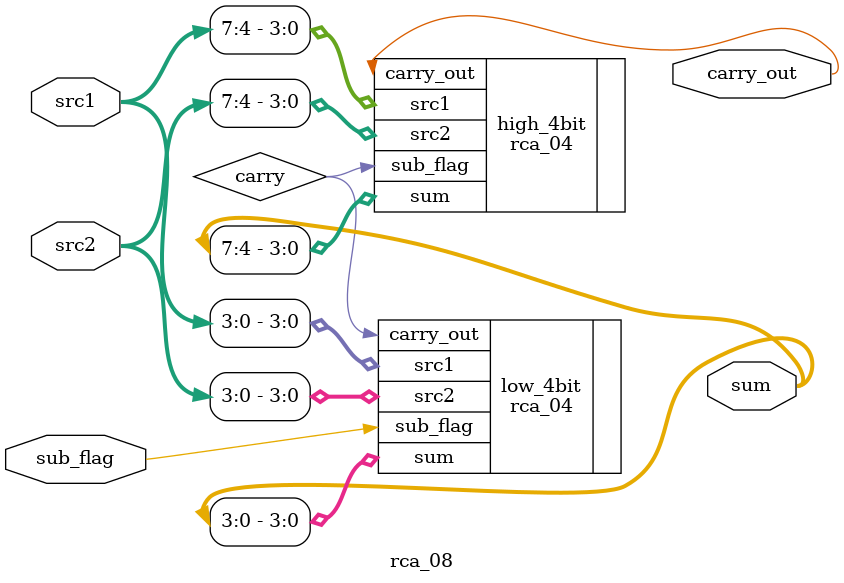
<source format=v>
module rca_08(
    input [7:0] src1,
    input [7:0] src2,
    input sub_flag,
    output [7:0] sum,
    output carry_out
);

    wire carry;

    rca_04 low_4bit(
        .src1       (src1[3:0]),
        .src2       (src2[3:0]),
        .sub_flag   (sub_flag),
        .sum        (sum[3:0]),
        .carry_out  (carry)
    );

    rca_04 high_4bit(
        .src1       (src1[7:4]),
        .src2       (src2[7:4]),
        .sub_flag   (carry),
        .sum        (sum[7:4]),
        .carry_out  (carry_out)
    );
endmodule
</source>
